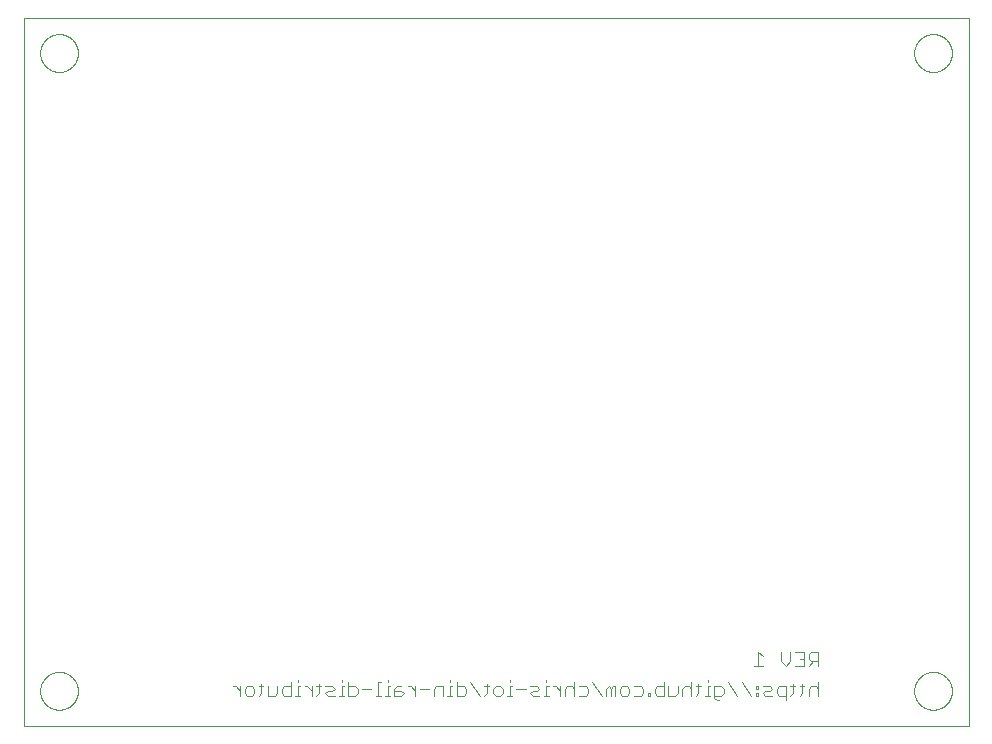
<source format=gbo>
G75*
%MOIN*%
%OFA0B0*%
%FSLAX25Y25*%
%IPPOS*%
%LPD*%
%AMOC8*
5,1,8,0,0,1.08239X$1,22.5*
%
%ADD10C,0.00000*%
%ADD11C,0.00400*%
D10*
X0001000Y0001000D02*
X0001000Y0237220D01*
X0315961Y0237220D01*
X0315961Y0001000D01*
X0001000Y0001000D01*
X0006512Y0012811D02*
X0006514Y0012969D01*
X0006520Y0013127D01*
X0006530Y0013285D01*
X0006544Y0013443D01*
X0006562Y0013600D01*
X0006583Y0013757D01*
X0006609Y0013913D01*
X0006639Y0014069D01*
X0006672Y0014224D01*
X0006710Y0014377D01*
X0006751Y0014530D01*
X0006796Y0014682D01*
X0006845Y0014833D01*
X0006898Y0014982D01*
X0006954Y0015130D01*
X0007014Y0015276D01*
X0007078Y0015421D01*
X0007146Y0015564D01*
X0007217Y0015706D01*
X0007291Y0015846D01*
X0007369Y0015983D01*
X0007451Y0016119D01*
X0007535Y0016253D01*
X0007624Y0016384D01*
X0007715Y0016513D01*
X0007810Y0016640D01*
X0007907Y0016765D01*
X0008008Y0016887D01*
X0008112Y0017006D01*
X0008219Y0017123D01*
X0008329Y0017237D01*
X0008442Y0017348D01*
X0008557Y0017457D01*
X0008675Y0017562D01*
X0008796Y0017664D01*
X0008919Y0017764D01*
X0009045Y0017860D01*
X0009173Y0017953D01*
X0009303Y0018043D01*
X0009436Y0018129D01*
X0009571Y0018213D01*
X0009707Y0018292D01*
X0009846Y0018369D01*
X0009987Y0018441D01*
X0010129Y0018511D01*
X0010273Y0018576D01*
X0010419Y0018638D01*
X0010566Y0018696D01*
X0010715Y0018751D01*
X0010865Y0018802D01*
X0011016Y0018849D01*
X0011168Y0018892D01*
X0011321Y0018931D01*
X0011476Y0018967D01*
X0011631Y0018998D01*
X0011787Y0019026D01*
X0011943Y0019050D01*
X0012100Y0019070D01*
X0012258Y0019086D01*
X0012415Y0019098D01*
X0012574Y0019106D01*
X0012732Y0019110D01*
X0012890Y0019110D01*
X0013048Y0019106D01*
X0013207Y0019098D01*
X0013364Y0019086D01*
X0013522Y0019070D01*
X0013679Y0019050D01*
X0013835Y0019026D01*
X0013991Y0018998D01*
X0014146Y0018967D01*
X0014301Y0018931D01*
X0014454Y0018892D01*
X0014606Y0018849D01*
X0014757Y0018802D01*
X0014907Y0018751D01*
X0015056Y0018696D01*
X0015203Y0018638D01*
X0015349Y0018576D01*
X0015493Y0018511D01*
X0015635Y0018441D01*
X0015776Y0018369D01*
X0015915Y0018292D01*
X0016051Y0018213D01*
X0016186Y0018129D01*
X0016319Y0018043D01*
X0016449Y0017953D01*
X0016577Y0017860D01*
X0016703Y0017764D01*
X0016826Y0017664D01*
X0016947Y0017562D01*
X0017065Y0017457D01*
X0017180Y0017348D01*
X0017293Y0017237D01*
X0017403Y0017123D01*
X0017510Y0017006D01*
X0017614Y0016887D01*
X0017715Y0016765D01*
X0017812Y0016640D01*
X0017907Y0016513D01*
X0017998Y0016384D01*
X0018087Y0016253D01*
X0018171Y0016119D01*
X0018253Y0015983D01*
X0018331Y0015846D01*
X0018405Y0015706D01*
X0018476Y0015564D01*
X0018544Y0015421D01*
X0018608Y0015276D01*
X0018668Y0015130D01*
X0018724Y0014982D01*
X0018777Y0014833D01*
X0018826Y0014682D01*
X0018871Y0014530D01*
X0018912Y0014377D01*
X0018950Y0014224D01*
X0018983Y0014069D01*
X0019013Y0013913D01*
X0019039Y0013757D01*
X0019060Y0013600D01*
X0019078Y0013443D01*
X0019092Y0013285D01*
X0019102Y0013127D01*
X0019108Y0012969D01*
X0019110Y0012811D01*
X0019108Y0012653D01*
X0019102Y0012495D01*
X0019092Y0012337D01*
X0019078Y0012179D01*
X0019060Y0012022D01*
X0019039Y0011865D01*
X0019013Y0011709D01*
X0018983Y0011553D01*
X0018950Y0011398D01*
X0018912Y0011245D01*
X0018871Y0011092D01*
X0018826Y0010940D01*
X0018777Y0010789D01*
X0018724Y0010640D01*
X0018668Y0010492D01*
X0018608Y0010346D01*
X0018544Y0010201D01*
X0018476Y0010058D01*
X0018405Y0009916D01*
X0018331Y0009776D01*
X0018253Y0009639D01*
X0018171Y0009503D01*
X0018087Y0009369D01*
X0017998Y0009238D01*
X0017907Y0009109D01*
X0017812Y0008982D01*
X0017715Y0008857D01*
X0017614Y0008735D01*
X0017510Y0008616D01*
X0017403Y0008499D01*
X0017293Y0008385D01*
X0017180Y0008274D01*
X0017065Y0008165D01*
X0016947Y0008060D01*
X0016826Y0007958D01*
X0016703Y0007858D01*
X0016577Y0007762D01*
X0016449Y0007669D01*
X0016319Y0007579D01*
X0016186Y0007493D01*
X0016051Y0007409D01*
X0015915Y0007330D01*
X0015776Y0007253D01*
X0015635Y0007181D01*
X0015493Y0007111D01*
X0015349Y0007046D01*
X0015203Y0006984D01*
X0015056Y0006926D01*
X0014907Y0006871D01*
X0014757Y0006820D01*
X0014606Y0006773D01*
X0014454Y0006730D01*
X0014301Y0006691D01*
X0014146Y0006655D01*
X0013991Y0006624D01*
X0013835Y0006596D01*
X0013679Y0006572D01*
X0013522Y0006552D01*
X0013364Y0006536D01*
X0013207Y0006524D01*
X0013048Y0006516D01*
X0012890Y0006512D01*
X0012732Y0006512D01*
X0012574Y0006516D01*
X0012415Y0006524D01*
X0012258Y0006536D01*
X0012100Y0006552D01*
X0011943Y0006572D01*
X0011787Y0006596D01*
X0011631Y0006624D01*
X0011476Y0006655D01*
X0011321Y0006691D01*
X0011168Y0006730D01*
X0011016Y0006773D01*
X0010865Y0006820D01*
X0010715Y0006871D01*
X0010566Y0006926D01*
X0010419Y0006984D01*
X0010273Y0007046D01*
X0010129Y0007111D01*
X0009987Y0007181D01*
X0009846Y0007253D01*
X0009707Y0007330D01*
X0009571Y0007409D01*
X0009436Y0007493D01*
X0009303Y0007579D01*
X0009173Y0007669D01*
X0009045Y0007762D01*
X0008919Y0007858D01*
X0008796Y0007958D01*
X0008675Y0008060D01*
X0008557Y0008165D01*
X0008442Y0008274D01*
X0008329Y0008385D01*
X0008219Y0008499D01*
X0008112Y0008616D01*
X0008008Y0008735D01*
X0007907Y0008857D01*
X0007810Y0008982D01*
X0007715Y0009109D01*
X0007624Y0009238D01*
X0007535Y0009369D01*
X0007451Y0009503D01*
X0007369Y0009639D01*
X0007291Y0009776D01*
X0007217Y0009916D01*
X0007146Y0010058D01*
X0007078Y0010201D01*
X0007014Y0010346D01*
X0006954Y0010492D01*
X0006898Y0010640D01*
X0006845Y0010789D01*
X0006796Y0010940D01*
X0006751Y0011092D01*
X0006710Y0011245D01*
X0006672Y0011398D01*
X0006639Y0011553D01*
X0006609Y0011709D01*
X0006583Y0011865D01*
X0006562Y0012022D01*
X0006544Y0012179D01*
X0006530Y0012337D01*
X0006520Y0012495D01*
X0006514Y0012653D01*
X0006512Y0012811D01*
X0006512Y0225409D02*
X0006514Y0225567D01*
X0006520Y0225725D01*
X0006530Y0225883D01*
X0006544Y0226041D01*
X0006562Y0226198D01*
X0006583Y0226355D01*
X0006609Y0226511D01*
X0006639Y0226667D01*
X0006672Y0226822D01*
X0006710Y0226975D01*
X0006751Y0227128D01*
X0006796Y0227280D01*
X0006845Y0227431D01*
X0006898Y0227580D01*
X0006954Y0227728D01*
X0007014Y0227874D01*
X0007078Y0228019D01*
X0007146Y0228162D01*
X0007217Y0228304D01*
X0007291Y0228444D01*
X0007369Y0228581D01*
X0007451Y0228717D01*
X0007535Y0228851D01*
X0007624Y0228982D01*
X0007715Y0229111D01*
X0007810Y0229238D01*
X0007907Y0229363D01*
X0008008Y0229485D01*
X0008112Y0229604D01*
X0008219Y0229721D01*
X0008329Y0229835D01*
X0008442Y0229946D01*
X0008557Y0230055D01*
X0008675Y0230160D01*
X0008796Y0230262D01*
X0008919Y0230362D01*
X0009045Y0230458D01*
X0009173Y0230551D01*
X0009303Y0230641D01*
X0009436Y0230727D01*
X0009571Y0230811D01*
X0009707Y0230890D01*
X0009846Y0230967D01*
X0009987Y0231039D01*
X0010129Y0231109D01*
X0010273Y0231174D01*
X0010419Y0231236D01*
X0010566Y0231294D01*
X0010715Y0231349D01*
X0010865Y0231400D01*
X0011016Y0231447D01*
X0011168Y0231490D01*
X0011321Y0231529D01*
X0011476Y0231565D01*
X0011631Y0231596D01*
X0011787Y0231624D01*
X0011943Y0231648D01*
X0012100Y0231668D01*
X0012258Y0231684D01*
X0012415Y0231696D01*
X0012574Y0231704D01*
X0012732Y0231708D01*
X0012890Y0231708D01*
X0013048Y0231704D01*
X0013207Y0231696D01*
X0013364Y0231684D01*
X0013522Y0231668D01*
X0013679Y0231648D01*
X0013835Y0231624D01*
X0013991Y0231596D01*
X0014146Y0231565D01*
X0014301Y0231529D01*
X0014454Y0231490D01*
X0014606Y0231447D01*
X0014757Y0231400D01*
X0014907Y0231349D01*
X0015056Y0231294D01*
X0015203Y0231236D01*
X0015349Y0231174D01*
X0015493Y0231109D01*
X0015635Y0231039D01*
X0015776Y0230967D01*
X0015915Y0230890D01*
X0016051Y0230811D01*
X0016186Y0230727D01*
X0016319Y0230641D01*
X0016449Y0230551D01*
X0016577Y0230458D01*
X0016703Y0230362D01*
X0016826Y0230262D01*
X0016947Y0230160D01*
X0017065Y0230055D01*
X0017180Y0229946D01*
X0017293Y0229835D01*
X0017403Y0229721D01*
X0017510Y0229604D01*
X0017614Y0229485D01*
X0017715Y0229363D01*
X0017812Y0229238D01*
X0017907Y0229111D01*
X0017998Y0228982D01*
X0018087Y0228851D01*
X0018171Y0228717D01*
X0018253Y0228581D01*
X0018331Y0228444D01*
X0018405Y0228304D01*
X0018476Y0228162D01*
X0018544Y0228019D01*
X0018608Y0227874D01*
X0018668Y0227728D01*
X0018724Y0227580D01*
X0018777Y0227431D01*
X0018826Y0227280D01*
X0018871Y0227128D01*
X0018912Y0226975D01*
X0018950Y0226822D01*
X0018983Y0226667D01*
X0019013Y0226511D01*
X0019039Y0226355D01*
X0019060Y0226198D01*
X0019078Y0226041D01*
X0019092Y0225883D01*
X0019102Y0225725D01*
X0019108Y0225567D01*
X0019110Y0225409D01*
X0019108Y0225251D01*
X0019102Y0225093D01*
X0019092Y0224935D01*
X0019078Y0224777D01*
X0019060Y0224620D01*
X0019039Y0224463D01*
X0019013Y0224307D01*
X0018983Y0224151D01*
X0018950Y0223996D01*
X0018912Y0223843D01*
X0018871Y0223690D01*
X0018826Y0223538D01*
X0018777Y0223387D01*
X0018724Y0223238D01*
X0018668Y0223090D01*
X0018608Y0222944D01*
X0018544Y0222799D01*
X0018476Y0222656D01*
X0018405Y0222514D01*
X0018331Y0222374D01*
X0018253Y0222237D01*
X0018171Y0222101D01*
X0018087Y0221967D01*
X0017998Y0221836D01*
X0017907Y0221707D01*
X0017812Y0221580D01*
X0017715Y0221455D01*
X0017614Y0221333D01*
X0017510Y0221214D01*
X0017403Y0221097D01*
X0017293Y0220983D01*
X0017180Y0220872D01*
X0017065Y0220763D01*
X0016947Y0220658D01*
X0016826Y0220556D01*
X0016703Y0220456D01*
X0016577Y0220360D01*
X0016449Y0220267D01*
X0016319Y0220177D01*
X0016186Y0220091D01*
X0016051Y0220007D01*
X0015915Y0219928D01*
X0015776Y0219851D01*
X0015635Y0219779D01*
X0015493Y0219709D01*
X0015349Y0219644D01*
X0015203Y0219582D01*
X0015056Y0219524D01*
X0014907Y0219469D01*
X0014757Y0219418D01*
X0014606Y0219371D01*
X0014454Y0219328D01*
X0014301Y0219289D01*
X0014146Y0219253D01*
X0013991Y0219222D01*
X0013835Y0219194D01*
X0013679Y0219170D01*
X0013522Y0219150D01*
X0013364Y0219134D01*
X0013207Y0219122D01*
X0013048Y0219114D01*
X0012890Y0219110D01*
X0012732Y0219110D01*
X0012574Y0219114D01*
X0012415Y0219122D01*
X0012258Y0219134D01*
X0012100Y0219150D01*
X0011943Y0219170D01*
X0011787Y0219194D01*
X0011631Y0219222D01*
X0011476Y0219253D01*
X0011321Y0219289D01*
X0011168Y0219328D01*
X0011016Y0219371D01*
X0010865Y0219418D01*
X0010715Y0219469D01*
X0010566Y0219524D01*
X0010419Y0219582D01*
X0010273Y0219644D01*
X0010129Y0219709D01*
X0009987Y0219779D01*
X0009846Y0219851D01*
X0009707Y0219928D01*
X0009571Y0220007D01*
X0009436Y0220091D01*
X0009303Y0220177D01*
X0009173Y0220267D01*
X0009045Y0220360D01*
X0008919Y0220456D01*
X0008796Y0220556D01*
X0008675Y0220658D01*
X0008557Y0220763D01*
X0008442Y0220872D01*
X0008329Y0220983D01*
X0008219Y0221097D01*
X0008112Y0221214D01*
X0008008Y0221333D01*
X0007907Y0221455D01*
X0007810Y0221580D01*
X0007715Y0221707D01*
X0007624Y0221836D01*
X0007535Y0221967D01*
X0007451Y0222101D01*
X0007369Y0222237D01*
X0007291Y0222374D01*
X0007217Y0222514D01*
X0007146Y0222656D01*
X0007078Y0222799D01*
X0007014Y0222944D01*
X0006954Y0223090D01*
X0006898Y0223238D01*
X0006845Y0223387D01*
X0006796Y0223538D01*
X0006751Y0223690D01*
X0006710Y0223843D01*
X0006672Y0223996D01*
X0006639Y0224151D01*
X0006609Y0224307D01*
X0006583Y0224463D01*
X0006562Y0224620D01*
X0006544Y0224777D01*
X0006530Y0224935D01*
X0006520Y0225093D01*
X0006514Y0225251D01*
X0006512Y0225409D01*
X0297851Y0225409D02*
X0297853Y0225567D01*
X0297859Y0225725D01*
X0297869Y0225883D01*
X0297883Y0226041D01*
X0297901Y0226198D01*
X0297922Y0226355D01*
X0297948Y0226511D01*
X0297978Y0226667D01*
X0298011Y0226822D01*
X0298049Y0226975D01*
X0298090Y0227128D01*
X0298135Y0227280D01*
X0298184Y0227431D01*
X0298237Y0227580D01*
X0298293Y0227728D01*
X0298353Y0227874D01*
X0298417Y0228019D01*
X0298485Y0228162D01*
X0298556Y0228304D01*
X0298630Y0228444D01*
X0298708Y0228581D01*
X0298790Y0228717D01*
X0298874Y0228851D01*
X0298963Y0228982D01*
X0299054Y0229111D01*
X0299149Y0229238D01*
X0299246Y0229363D01*
X0299347Y0229485D01*
X0299451Y0229604D01*
X0299558Y0229721D01*
X0299668Y0229835D01*
X0299781Y0229946D01*
X0299896Y0230055D01*
X0300014Y0230160D01*
X0300135Y0230262D01*
X0300258Y0230362D01*
X0300384Y0230458D01*
X0300512Y0230551D01*
X0300642Y0230641D01*
X0300775Y0230727D01*
X0300910Y0230811D01*
X0301046Y0230890D01*
X0301185Y0230967D01*
X0301326Y0231039D01*
X0301468Y0231109D01*
X0301612Y0231174D01*
X0301758Y0231236D01*
X0301905Y0231294D01*
X0302054Y0231349D01*
X0302204Y0231400D01*
X0302355Y0231447D01*
X0302507Y0231490D01*
X0302660Y0231529D01*
X0302815Y0231565D01*
X0302970Y0231596D01*
X0303126Y0231624D01*
X0303282Y0231648D01*
X0303439Y0231668D01*
X0303597Y0231684D01*
X0303754Y0231696D01*
X0303913Y0231704D01*
X0304071Y0231708D01*
X0304229Y0231708D01*
X0304387Y0231704D01*
X0304546Y0231696D01*
X0304703Y0231684D01*
X0304861Y0231668D01*
X0305018Y0231648D01*
X0305174Y0231624D01*
X0305330Y0231596D01*
X0305485Y0231565D01*
X0305640Y0231529D01*
X0305793Y0231490D01*
X0305945Y0231447D01*
X0306096Y0231400D01*
X0306246Y0231349D01*
X0306395Y0231294D01*
X0306542Y0231236D01*
X0306688Y0231174D01*
X0306832Y0231109D01*
X0306974Y0231039D01*
X0307115Y0230967D01*
X0307254Y0230890D01*
X0307390Y0230811D01*
X0307525Y0230727D01*
X0307658Y0230641D01*
X0307788Y0230551D01*
X0307916Y0230458D01*
X0308042Y0230362D01*
X0308165Y0230262D01*
X0308286Y0230160D01*
X0308404Y0230055D01*
X0308519Y0229946D01*
X0308632Y0229835D01*
X0308742Y0229721D01*
X0308849Y0229604D01*
X0308953Y0229485D01*
X0309054Y0229363D01*
X0309151Y0229238D01*
X0309246Y0229111D01*
X0309337Y0228982D01*
X0309426Y0228851D01*
X0309510Y0228717D01*
X0309592Y0228581D01*
X0309670Y0228444D01*
X0309744Y0228304D01*
X0309815Y0228162D01*
X0309883Y0228019D01*
X0309947Y0227874D01*
X0310007Y0227728D01*
X0310063Y0227580D01*
X0310116Y0227431D01*
X0310165Y0227280D01*
X0310210Y0227128D01*
X0310251Y0226975D01*
X0310289Y0226822D01*
X0310322Y0226667D01*
X0310352Y0226511D01*
X0310378Y0226355D01*
X0310399Y0226198D01*
X0310417Y0226041D01*
X0310431Y0225883D01*
X0310441Y0225725D01*
X0310447Y0225567D01*
X0310449Y0225409D01*
X0310447Y0225251D01*
X0310441Y0225093D01*
X0310431Y0224935D01*
X0310417Y0224777D01*
X0310399Y0224620D01*
X0310378Y0224463D01*
X0310352Y0224307D01*
X0310322Y0224151D01*
X0310289Y0223996D01*
X0310251Y0223843D01*
X0310210Y0223690D01*
X0310165Y0223538D01*
X0310116Y0223387D01*
X0310063Y0223238D01*
X0310007Y0223090D01*
X0309947Y0222944D01*
X0309883Y0222799D01*
X0309815Y0222656D01*
X0309744Y0222514D01*
X0309670Y0222374D01*
X0309592Y0222237D01*
X0309510Y0222101D01*
X0309426Y0221967D01*
X0309337Y0221836D01*
X0309246Y0221707D01*
X0309151Y0221580D01*
X0309054Y0221455D01*
X0308953Y0221333D01*
X0308849Y0221214D01*
X0308742Y0221097D01*
X0308632Y0220983D01*
X0308519Y0220872D01*
X0308404Y0220763D01*
X0308286Y0220658D01*
X0308165Y0220556D01*
X0308042Y0220456D01*
X0307916Y0220360D01*
X0307788Y0220267D01*
X0307658Y0220177D01*
X0307525Y0220091D01*
X0307390Y0220007D01*
X0307254Y0219928D01*
X0307115Y0219851D01*
X0306974Y0219779D01*
X0306832Y0219709D01*
X0306688Y0219644D01*
X0306542Y0219582D01*
X0306395Y0219524D01*
X0306246Y0219469D01*
X0306096Y0219418D01*
X0305945Y0219371D01*
X0305793Y0219328D01*
X0305640Y0219289D01*
X0305485Y0219253D01*
X0305330Y0219222D01*
X0305174Y0219194D01*
X0305018Y0219170D01*
X0304861Y0219150D01*
X0304703Y0219134D01*
X0304546Y0219122D01*
X0304387Y0219114D01*
X0304229Y0219110D01*
X0304071Y0219110D01*
X0303913Y0219114D01*
X0303754Y0219122D01*
X0303597Y0219134D01*
X0303439Y0219150D01*
X0303282Y0219170D01*
X0303126Y0219194D01*
X0302970Y0219222D01*
X0302815Y0219253D01*
X0302660Y0219289D01*
X0302507Y0219328D01*
X0302355Y0219371D01*
X0302204Y0219418D01*
X0302054Y0219469D01*
X0301905Y0219524D01*
X0301758Y0219582D01*
X0301612Y0219644D01*
X0301468Y0219709D01*
X0301326Y0219779D01*
X0301185Y0219851D01*
X0301046Y0219928D01*
X0300910Y0220007D01*
X0300775Y0220091D01*
X0300642Y0220177D01*
X0300512Y0220267D01*
X0300384Y0220360D01*
X0300258Y0220456D01*
X0300135Y0220556D01*
X0300014Y0220658D01*
X0299896Y0220763D01*
X0299781Y0220872D01*
X0299668Y0220983D01*
X0299558Y0221097D01*
X0299451Y0221214D01*
X0299347Y0221333D01*
X0299246Y0221455D01*
X0299149Y0221580D01*
X0299054Y0221707D01*
X0298963Y0221836D01*
X0298874Y0221967D01*
X0298790Y0222101D01*
X0298708Y0222237D01*
X0298630Y0222374D01*
X0298556Y0222514D01*
X0298485Y0222656D01*
X0298417Y0222799D01*
X0298353Y0222944D01*
X0298293Y0223090D01*
X0298237Y0223238D01*
X0298184Y0223387D01*
X0298135Y0223538D01*
X0298090Y0223690D01*
X0298049Y0223843D01*
X0298011Y0223996D01*
X0297978Y0224151D01*
X0297948Y0224307D01*
X0297922Y0224463D01*
X0297901Y0224620D01*
X0297883Y0224777D01*
X0297869Y0224935D01*
X0297859Y0225093D01*
X0297853Y0225251D01*
X0297851Y0225409D01*
X0297851Y0012811D02*
X0297853Y0012969D01*
X0297859Y0013127D01*
X0297869Y0013285D01*
X0297883Y0013443D01*
X0297901Y0013600D01*
X0297922Y0013757D01*
X0297948Y0013913D01*
X0297978Y0014069D01*
X0298011Y0014224D01*
X0298049Y0014377D01*
X0298090Y0014530D01*
X0298135Y0014682D01*
X0298184Y0014833D01*
X0298237Y0014982D01*
X0298293Y0015130D01*
X0298353Y0015276D01*
X0298417Y0015421D01*
X0298485Y0015564D01*
X0298556Y0015706D01*
X0298630Y0015846D01*
X0298708Y0015983D01*
X0298790Y0016119D01*
X0298874Y0016253D01*
X0298963Y0016384D01*
X0299054Y0016513D01*
X0299149Y0016640D01*
X0299246Y0016765D01*
X0299347Y0016887D01*
X0299451Y0017006D01*
X0299558Y0017123D01*
X0299668Y0017237D01*
X0299781Y0017348D01*
X0299896Y0017457D01*
X0300014Y0017562D01*
X0300135Y0017664D01*
X0300258Y0017764D01*
X0300384Y0017860D01*
X0300512Y0017953D01*
X0300642Y0018043D01*
X0300775Y0018129D01*
X0300910Y0018213D01*
X0301046Y0018292D01*
X0301185Y0018369D01*
X0301326Y0018441D01*
X0301468Y0018511D01*
X0301612Y0018576D01*
X0301758Y0018638D01*
X0301905Y0018696D01*
X0302054Y0018751D01*
X0302204Y0018802D01*
X0302355Y0018849D01*
X0302507Y0018892D01*
X0302660Y0018931D01*
X0302815Y0018967D01*
X0302970Y0018998D01*
X0303126Y0019026D01*
X0303282Y0019050D01*
X0303439Y0019070D01*
X0303597Y0019086D01*
X0303754Y0019098D01*
X0303913Y0019106D01*
X0304071Y0019110D01*
X0304229Y0019110D01*
X0304387Y0019106D01*
X0304546Y0019098D01*
X0304703Y0019086D01*
X0304861Y0019070D01*
X0305018Y0019050D01*
X0305174Y0019026D01*
X0305330Y0018998D01*
X0305485Y0018967D01*
X0305640Y0018931D01*
X0305793Y0018892D01*
X0305945Y0018849D01*
X0306096Y0018802D01*
X0306246Y0018751D01*
X0306395Y0018696D01*
X0306542Y0018638D01*
X0306688Y0018576D01*
X0306832Y0018511D01*
X0306974Y0018441D01*
X0307115Y0018369D01*
X0307254Y0018292D01*
X0307390Y0018213D01*
X0307525Y0018129D01*
X0307658Y0018043D01*
X0307788Y0017953D01*
X0307916Y0017860D01*
X0308042Y0017764D01*
X0308165Y0017664D01*
X0308286Y0017562D01*
X0308404Y0017457D01*
X0308519Y0017348D01*
X0308632Y0017237D01*
X0308742Y0017123D01*
X0308849Y0017006D01*
X0308953Y0016887D01*
X0309054Y0016765D01*
X0309151Y0016640D01*
X0309246Y0016513D01*
X0309337Y0016384D01*
X0309426Y0016253D01*
X0309510Y0016119D01*
X0309592Y0015983D01*
X0309670Y0015846D01*
X0309744Y0015706D01*
X0309815Y0015564D01*
X0309883Y0015421D01*
X0309947Y0015276D01*
X0310007Y0015130D01*
X0310063Y0014982D01*
X0310116Y0014833D01*
X0310165Y0014682D01*
X0310210Y0014530D01*
X0310251Y0014377D01*
X0310289Y0014224D01*
X0310322Y0014069D01*
X0310352Y0013913D01*
X0310378Y0013757D01*
X0310399Y0013600D01*
X0310417Y0013443D01*
X0310431Y0013285D01*
X0310441Y0013127D01*
X0310447Y0012969D01*
X0310449Y0012811D01*
X0310447Y0012653D01*
X0310441Y0012495D01*
X0310431Y0012337D01*
X0310417Y0012179D01*
X0310399Y0012022D01*
X0310378Y0011865D01*
X0310352Y0011709D01*
X0310322Y0011553D01*
X0310289Y0011398D01*
X0310251Y0011245D01*
X0310210Y0011092D01*
X0310165Y0010940D01*
X0310116Y0010789D01*
X0310063Y0010640D01*
X0310007Y0010492D01*
X0309947Y0010346D01*
X0309883Y0010201D01*
X0309815Y0010058D01*
X0309744Y0009916D01*
X0309670Y0009776D01*
X0309592Y0009639D01*
X0309510Y0009503D01*
X0309426Y0009369D01*
X0309337Y0009238D01*
X0309246Y0009109D01*
X0309151Y0008982D01*
X0309054Y0008857D01*
X0308953Y0008735D01*
X0308849Y0008616D01*
X0308742Y0008499D01*
X0308632Y0008385D01*
X0308519Y0008274D01*
X0308404Y0008165D01*
X0308286Y0008060D01*
X0308165Y0007958D01*
X0308042Y0007858D01*
X0307916Y0007762D01*
X0307788Y0007669D01*
X0307658Y0007579D01*
X0307525Y0007493D01*
X0307390Y0007409D01*
X0307254Y0007330D01*
X0307115Y0007253D01*
X0306974Y0007181D01*
X0306832Y0007111D01*
X0306688Y0007046D01*
X0306542Y0006984D01*
X0306395Y0006926D01*
X0306246Y0006871D01*
X0306096Y0006820D01*
X0305945Y0006773D01*
X0305793Y0006730D01*
X0305640Y0006691D01*
X0305485Y0006655D01*
X0305330Y0006624D01*
X0305174Y0006596D01*
X0305018Y0006572D01*
X0304861Y0006552D01*
X0304703Y0006536D01*
X0304546Y0006524D01*
X0304387Y0006516D01*
X0304229Y0006512D01*
X0304071Y0006512D01*
X0303913Y0006516D01*
X0303754Y0006524D01*
X0303597Y0006536D01*
X0303439Y0006552D01*
X0303282Y0006572D01*
X0303126Y0006596D01*
X0302970Y0006624D01*
X0302815Y0006655D01*
X0302660Y0006691D01*
X0302507Y0006730D01*
X0302355Y0006773D01*
X0302204Y0006820D01*
X0302054Y0006871D01*
X0301905Y0006926D01*
X0301758Y0006984D01*
X0301612Y0007046D01*
X0301468Y0007111D01*
X0301326Y0007181D01*
X0301185Y0007253D01*
X0301046Y0007330D01*
X0300910Y0007409D01*
X0300775Y0007493D01*
X0300642Y0007579D01*
X0300512Y0007669D01*
X0300384Y0007762D01*
X0300258Y0007858D01*
X0300135Y0007958D01*
X0300014Y0008060D01*
X0299896Y0008165D01*
X0299781Y0008274D01*
X0299668Y0008385D01*
X0299558Y0008499D01*
X0299451Y0008616D01*
X0299347Y0008735D01*
X0299246Y0008857D01*
X0299149Y0008982D01*
X0299054Y0009109D01*
X0298963Y0009238D01*
X0298874Y0009369D01*
X0298790Y0009503D01*
X0298708Y0009639D01*
X0298630Y0009776D01*
X0298556Y0009916D01*
X0298485Y0010058D01*
X0298417Y0010201D01*
X0298353Y0010346D01*
X0298293Y0010492D01*
X0298237Y0010640D01*
X0298184Y0010789D01*
X0298135Y0010940D01*
X0298090Y0011092D01*
X0298049Y0011245D01*
X0298011Y0011398D01*
X0297978Y0011553D01*
X0297948Y0011709D01*
X0297922Y0011865D01*
X0297901Y0012022D01*
X0297883Y0012179D01*
X0297869Y0012337D01*
X0297859Y0012495D01*
X0297853Y0012653D01*
X0297851Y0012811D01*
D11*
X0265800Y0013502D02*
X0265033Y0014269D01*
X0263498Y0014269D01*
X0262731Y0013502D01*
X0262731Y0011200D01*
X0260429Y0011967D02*
X0259661Y0011200D01*
X0260429Y0011967D02*
X0260429Y0015037D01*
X0261196Y0014269D02*
X0259661Y0014269D01*
X0258127Y0014269D02*
X0256592Y0014269D01*
X0257359Y0015037D02*
X0257359Y0011967D01*
X0256592Y0011200D01*
X0255058Y0011200D02*
X0252756Y0011200D01*
X0251988Y0011967D01*
X0251988Y0013502D01*
X0252756Y0014269D01*
X0255058Y0014269D01*
X0255058Y0009665D01*
X0250454Y0011200D02*
X0248152Y0011200D01*
X0247384Y0011967D01*
X0248152Y0012735D01*
X0249686Y0012735D01*
X0250454Y0013502D01*
X0249686Y0014269D01*
X0247384Y0014269D01*
X0245850Y0014269D02*
X0245850Y0013502D01*
X0245082Y0013502D01*
X0245082Y0014269D01*
X0245850Y0014269D01*
X0245850Y0011967D02*
X0245850Y0011200D01*
X0245082Y0011200D01*
X0245082Y0011967D01*
X0245850Y0011967D01*
X0243548Y0011200D02*
X0240478Y0015804D01*
X0235875Y0015804D02*
X0238944Y0011200D01*
X0234340Y0011967D02*
X0233573Y0011200D01*
X0231271Y0011200D01*
X0231271Y0010433D02*
X0231271Y0014269D01*
X0233573Y0014269D01*
X0234340Y0013502D01*
X0234340Y0011967D01*
X0232805Y0009665D02*
X0232038Y0009665D01*
X0231271Y0010433D01*
X0229736Y0011200D02*
X0228201Y0011200D01*
X0228969Y0011200D02*
X0228969Y0014269D01*
X0229736Y0014269D01*
X0228969Y0015804D02*
X0228969Y0016571D01*
X0226667Y0014269D02*
X0225132Y0014269D01*
X0225899Y0015037D02*
X0225899Y0011967D01*
X0225132Y0011200D01*
X0223597Y0011200D02*
X0223597Y0015804D01*
X0222830Y0014269D02*
X0221295Y0014269D01*
X0220528Y0013502D01*
X0220528Y0011200D01*
X0218993Y0011967D02*
X0218226Y0011200D01*
X0215924Y0011200D01*
X0215924Y0014269D01*
X0214390Y0014269D02*
X0212088Y0014269D01*
X0211320Y0013502D01*
X0211320Y0011967D01*
X0212088Y0011200D01*
X0214390Y0011200D01*
X0214390Y0015804D01*
X0209786Y0011967D02*
X0209018Y0011967D01*
X0209018Y0011200D01*
X0209786Y0011200D01*
X0209786Y0011967D01*
X0207484Y0011967D02*
X0206716Y0011200D01*
X0204414Y0011200D01*
X0202880Y0011967D02*
X0202112Y0011200D01*
X0200578Y0011200D01*
X0199810Y0011967D01*
X0199810Y0013502D01*
X0200578Y0014269D01*
X0202112Y0014269D01*
X0202880Y0013502D01*
X0202880Y0011967D01*
X0204414Y0014269D02*
X0206716Y0014269D01*
X0207484Y0013502D01*
X0207484Y0011967D01*
X0198276Y0011200D02*
X0198276Y0014269D01*
X0197508Y0014269D01*
X0196741Y0013502D01*
X0195974Y0014269D01*
X0195207Y0013502D01*
X0195207Y0011200D01*
X0196741Y0011200D02*
X0196741Y0013502D01*
X0193672Y0011200D02*
X0190603Y0015804D01*
X0189068Y0013502D02*
X0189068Y0011967D01*
X0188301Y0011200D01*
X0185999Y0011200D01*
X0184464Y0011200D02*
X0184464Y0015804D01*
X0183697Y0014269D02*
X0182162Y0014269D01*
X0181395Y0013502D01*
X0181395Y0011200D01*
X0179860Y0011200D02*
X0179860Y0014269D01*
X0179860Y0012735D02*
X0178325Y0014269D01*
X0177558Y0014269D01*
X0176023Y0014269D02*
X0175256Y0014269D01*
X0175256Y0011200D01*
X0176023Y0011200D02*
X0174489Y0011200D01*
X0172954Y0011200D02*
X0170652Y0011200D01*
X0169885Y0011967D01*
X0170652Y0012735D01*
X0172187Y0012735D01*
X0172954Y0013502D01*
X0172187Y0014269D01*
X0169885Y0014269D01*
X0168350Y0013502D02*
X0165281Y0013502D01*
X0163746Y0014269D02*
X0162979Y0014269D01*
X0162979Y0011200D01*
X0163746Y0011200D02*
X0162212Y0011200D01*
X0160677Y0011967D02*
X0159910Y0011200D01*
X0158375Y0011200D01*
X0157608Y0011967D01*
X0157608Y0013502D01*
X0158375Y0014269D01*
X0159910Y0014269D01*
X0160677Y0013502D01*
X0160677Y0011967D01*
X0162979Y0015804D02*
X0162979Y0016571D01*
X0156073Y0014269D02*
X0154539Y0014269D01*
X0155306Y0015037D02*
X0155306Y0011967D01*
X0154539Y0011200D01*
X0153004Y0011200D02*
X0149935Y0015804D01*
X0148400Y0013502D02*
X0147633Y0014269D01*
X0145331Y0014269D01*
X0145331Y0015804D02*
X0145331Y0011200D01*
X0147633Y0011200D01*
X0148400Y0011967D01*
X0148400Y0013502D01*
X0143796Y0014269D02*
X0143029Y0014269D01*
X0143029Y0011200D01*
X0143796Y0011200D02*
X0142261Y0011200D01*
X0140727Y0011200D02*
X0140727Y0014269D01*
X0138425Y0014269D01*
X0137657Y0013502D01*
X0137657Y0011200D01*
X0136123Y0013502D02*
X0133054Y0013502D01*
X0131519Y0014269D02*
X0131519Y0011200D01*
X0131519Y0012735D02*
X0129984Y0014269D01*
X0129217Y0014269D01*
X0126915Y0014269D02*
X0125380Y0014269D01*
X0124613Y0013502D01*
X0124613Y0011200D01*
X0126915Y0011200D01*
X0127682Y0011967D01*
X0126915Y0012735D01*
X0124613Y0012735D01*
X0123078Y0014269D02*
X0122311Y0014269D01*
X0122311Y0011200D01*
X0123078Y0011200D02*
X0121544Y0011200D01*
X0120009Y0011200D02*
X0118474Y0011200D01*
X0119242Y0011200D02*
X0119242Y0015804D01*
X0120009Y0015804D01*
X0122311Y0015804D02*
X0122311Y0016571D01*
X0116940Y0013502D02*
X0113871Y0013502D01*
X0112336Y0013502D02*
X0111569Y0014269D01*
X0109267Y0014269D01*
X0109267Y0015804D02*
X0109267Y0011200D01*
X0111569Y0011200D01*
X0112336Y0011967D01*
X0112336Y0013502D01*
X0107732Y0014269D02*
X0106965Y0014269D01*
X0106965Y0011200D01*
X0107732Y0011200D02*
X0106197Y0011200D01*
X0104663Y0011200D02*
X0102361Y0011200D01*
X0101593Y0011967D01*
X0102361Y0012735D01*
X0103895Y0012735D01*
X0104663Y0013502D01*
X0103895Y0014269D01*
X0101593Y0014269D01*
X0100059Y0014269D02*
X0098524Y0014269D01*
X0099291Y0015037D02*
X0099291Y0011967D01*
X0098524Y0011200D01*
X0096989Y0011200D02*
X0096989Y0014269D01*
X0095455Y0014269D02*
X0094688Y0014269D01*
X0095455Y0014269D02*
X0096989Y0012735D01*
X0093153Y0014269D02*
X0092386Y0014269D01*
X0092386Y0011200D01*
X0093153Y0011200D02*
X0091618Y0011200D01*
X0090084Y0011200D02*
X0087782Y0011200D01*
X0087014Y0011967D01*
X0087014Y0013502D01*
X0087782Y0014269D01*
X0090084Y0014269D01*
X0090084Y0015804D02*
X0090084Y0011200D01*
X0085480Y0011967D02*
X0084712Y0011200D01*
X0082410Y0011200D01*
X0082410Y0014269D01*
X0080876Y0014269D02*
X0079341Y0014269D01*
X0080108Y0015037D02*
X0080108Y0011967D01*
X0079341Y0011200D01*
X0077806Y0011967D02*
X0077039Y0011200D01*
X0075505Y0011200D01*
X0074737Y0011967D01*
X0074737Y0013502D01*
X0075505Y0014269D01*
X0077039Y0014269D01*
X0077806Y0013502D01*
X0077806Y0011967D01*
X0073203Y0011200D02*
X0073203Y0014269D01*
X0073203Y0012735D02*
X0071668Y0014269D01*
X0070901Y0014269D01*
X0085480Y0014269D02*
X0085480Y0011967D01*
X0092386Y0015804D02*
X0092386Y0016571D01*
X0106965Y0016571D02*
X0106965Y0015804D01*
X0143029Y0015804D02*
X0143029Y0016571D01*
X0175256Y0016571D02*
X0175256Y0015804D01*
X0183697Y0014269D02*
X0184464Y0013502D01*
X0185999Y0014269D02*
X0188301Y0014269D01*
X0189068Y0013502D01*
X0218993Y0014269D02*
X0218993Y0011967D01*
X0222830Y0014269D02*
X0223597Y0013502D01*
X0244315Y0021200D02*
X0247384Y0021200D01*
X0245850Y0021200D02*
X0245850Y0025804D01*
X0247384Y0024269D01*
X0253523Y0022735D02*
X0253523Y0025804D01*
X0256592Y0025804D02*
X0256592Y0022735D01*
X0255058Y0021200D01*
X0253523Y0022735D01*
X0258127Y0021200D02*
X0261196Y0021200D01*
X0261196Y0025804D01*
X0258127Y0025804D01*
X0259661Y0023502D02*
X0261196Y0023502D01*
X0262731Y0023502D02*
X0263498Y0022735D01*
X0265800Y0022735D01*
X0264265Y0022735D02*
X0262731Y0021200D01*
X0262731Y0023502D02*
X0262731Y0025037D01*
X0263498Y0025804D01*
X0265800Y0025804D01*
X0265800Y0021200D01*
X0265800Y0015804D02*
X0265800Y0011200D01*
M02*

</source>
